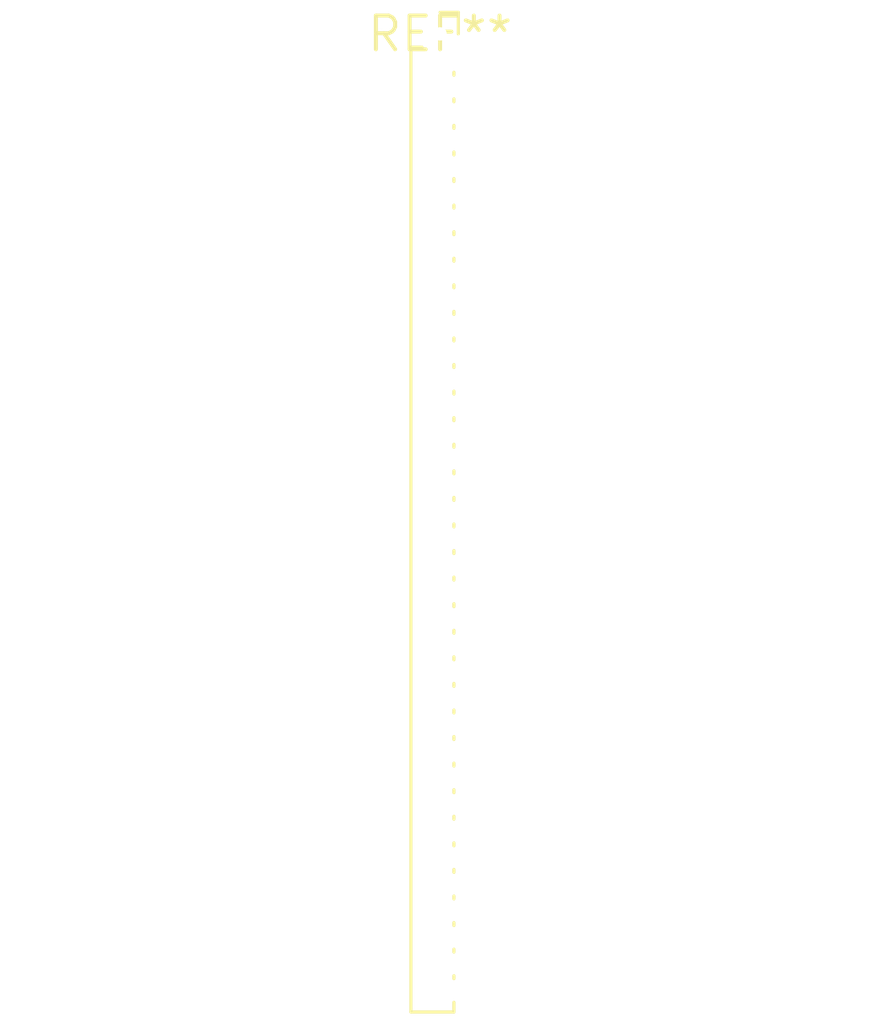
<source format=kicad_pcb>
(kicad_pcb (version 20240108) (generator pcbnew)
  (layers (0 "F.Cu" signal) (31 "B.Cu" signal) (34 "B.Paste" user) (35 "F.Paste" user) (36 "B.SilkS" user "B.Silkscreen") (37 "F.SilkS" user "F.Silkscreen") (38 "B.Mask" user) (39 "F.Mask" user) (44 "Edge.Cuts" user))
  (net 0 "")
  (footprint "PinSocket_1x37_P1.00mm_Vertical" (layer "F.Cu") (at 0 0)
    (property "Reference" "REF**")
    (property "Value" "PinSocket_1x37_P1.00mm_Vertical")
    (fp_line (start -1.1 0.5) (end -1.1 36.81) (layer "F.SilkS") (stroke (width 0.12)))
    (fp_line (start -1.1 0.5) (end -0.685 0.5) (layer "F.SilkS") (stroke (width 0.12)))
    (fp_line (start -1.1 36.81) (end 0.52 36.81) (layer "F.SilkS") (stroke (width 0.12)))
    (fp_line (start 0 -0.81) (end 0.685 -0.81) (layer "F.SilkS") (stroke (width 0.12)))
    (fp_line (start 0.52 1.445898) (end 0.52 1.554102) (layer "F.SilkS") (stroke (width 0.12)))
    (fp_line (start 0.52 2.445898) (end 0.52 2.554102) (layer "F.SilkS") (stroke (width 0.12)))
    (fp_line (start 0.52 3.445898) (end 0.52 3.554102) (layer "F.SilkS") (stroke (width 0.12)))
    (fp_line (start 0.52 4.445898) (end 0.52 4.554102) (layer "F.SilkS") (stroke (width 0.12)))
    (fp_line (start 0.52 5.445898) (end 0.52 5.554102) (layer "F.SilkS") (stroke (width 0.12)))
    (fp_line (start 0.52 6.445898) (end 0.52 6.554102) (layer "F.SilkS") (stroke (width 0.12)))
    (fp_line (start 0.52 7.445898) (end 0.52 7.554102) (layer "F.SilkS") (stroke (width 0.12)))
    (fp_line (start 0.52 8.445898) (end 0.52 8.554102) (layer "F.SilkS") (stroke (width 0.12)))
    (fp_line (start 0.52 9.445898) (end 0.52 9.554102) (layer "F.SilkS") (stroke (width 0.12)))
    (fp_line (start 0.52 10.445898) (end 0.52 10.554102) (layer "F.SilkS") (stroke (width 0.12)))
    (fp_line (start 0.52 11.445898) (end 0.52 11.554102) (layer "F.SilkS") (stroke (width 0.12)))
    (fp_line (start 0.52 12.445898) (end 0.52 12.554102) (layer "F.SilkS") (stroke (width 0.12)))
    (fp_line (start 0.52 13.445898) (end 0.52 13.554102) (layer "F.SilkS") (stroke (width 0.12)))
    (fp_line (start 0.52 14.445898) (end 0.52 14.554102) (layer "F.SilkS") (stroke (width 0.12)))
    (fp_line (start 0.52 15.445898) (end 0.52 15.554102) (layer "F.SilkS") (stroke (width 0.12)))
    (fp_line (start 0.52 16.445898) (end 0.52 16.554102) (layer "F.SilkS") (stroke (width 0.12)))
    (fp_line (start 0.52 17.445898) (end 0.52 17.554102) (layer "F.SilkS") (stroke (width 0.12)))
    (fp_line (start 0.52 18.445898) (end 0.52 18.554102) (layer "F.SilkS") (stroke (width 0.12)))
    (fp_line (start 0.52 19.445898) (end 0.52 19.554102) (layer "F.SilkS") (stroke (width 0.12)))
    (fp_line (start 0.52 20.445898) (end 0.52 20.554102) (layer "F.SilkS") (stroke (width 0.12)))
    (fp_line (start 0.52 21.445898) (end 0.52 21.554102) (layer "F.SilkS") (stroke (width 0.12)))
    (fp_line (start 0.52 22.445898) (end 0.52 22.554102) (layer "F.SilkS") (stroke (width 0.12)))
    (fp_line (start 0.52 23.445898) (end 0.52 23.554102) (layer "F.SilkS") (stroke (width 0.12)))
    (fp_line (start 0.52 24.445898) (end 0.52 24.554102) (layer "F.SilkS") (stroke (width 0.12)))
    (fp_line (start 0.52 25.445898) (end 0.52 25.554102) (layer "F.SilkS") (stroke (width 0.12)))
    (fp_line (start 0.52 26.445898) (end 0.52 26.554102) (layer "F.SilkS") (stroke (width 0.12)))
    (fp_line (start 0.52 27.445898) (end 0.52 27.554102) (layer "F.SilkS") (stroke (width 0.12)))
    (fp_line (start 0.52 28.445898) (end 0.52 28.554102) (layer "F.SilkS") (stroke (width 0.12)))
    (fp_line (start 0.52 29.445898) (end 0.52 29.554102) (layer "F.SilkS") (stroke (width 0.12)))
    (fp_line (start 0.52 30.445898) (end 0.52 30.554102) (layer "F.SilkS") (stroke (width 0.12)))
    (fp_line (start 0.52 31.445898) (end 0.52 31.554102) (layer "F.SilkS") (stroke (width 0.12)))
    (fp_line (start 0.52 32.445898) (end 0.52 32.554102) (layer "F.SilkS") (stroke (width 0.12)))
    (fp_line (start 0.52 33.445898) (end 0.52 33.554102) (layer "F.SilkS") (stroke (width 0.12)))
    (fp_line (start 0.52 34.445898) (end 0.52 34.554102) (layer "F.SilkS") (stroke (width 0.12)))
    (fp_line (start 0.52 35.445898) (end 0.52 35.554102) (layer "F.SilkS") (stroke (width 0.12)))
    (fp_line (start 0.52 36.445898) (end 0.52 36.81) (layer "F.SilkS") (stroke (width 0.12)))
    (fp_line (start 0.685 -0.81) (end 0.685 0) (layer "F.SilkS") (stroke (width 0.12)))
    (pad "1" thru_hole rect (at 0 0) (size 0.85 0.85) (drill 0.5) (layers *.Cu *.Mask) (remove_unused_layers))
    (pad "2" thru_hole oval (at 0 1) (size 0.85 0.85) (drill 0.5) (layers *.Cu *.Mask) (remove_unused_layers))
    (pad "3" thru_hole oval (at 0 2) (size 0.85 0.85) (drill 0.5) (layers *.Cu *.Mask) (remove_unused_layers))
    (pad "4" thru_hole oval (at 0 3) (size 0.85 0.85) (drill 0.5) (layers *.Cu *.Mask) (remove_unused_layers))
    (pad "5" thru_hole oval (at 0 4) (size 0.85 0.85) (drill 0.5) (layers *.Cu *.Mask) (remove_unused_layers))
    (pad "6" thru_hole oval (at 0 5) (size 0.85 0.85) (drill 0.5) (layers *.Cu *.Mask) (remove_unused_layers))
    (pad "7" thru_hole oval (at 0 6) (size 0.85 0.85) (drill 0.5) (layers *.Cu *.Mask) (remove_unused_layers))
    (pad "8" thru_hole oval (at 0 7) (size 0.85 0.85) (drill 0.5) (layers *.Cu *.Mask) (remove_unused_layers))
    (pad "9" thru_hole oval (at 0 8) (size 0.85 0.85) (drill 0.5) (layers *.Cu *.Mask) (remove_unused_layers))
    (pad "10" thru_hole oval (at 0 9) (size 0.85 0.85) (drill 0.5) (layers *.Cu *.Mask) (remove_unused_layers))
    (pad "11" thru_hole oval (at 0 10) (size 0.85 0.85) (drill 0.5) (layers *.Cu *.Mask) (remove_unused_layers))
    (pad "12" thru_hole oval (at 0 11) (size 0.85 0.85) (drill 0.5) (layers *.Cu *.Mask) (remove_unused_layers))
    (pad "13" thru_hole oval (at 0 12) (size 0.85 0.85) (drill 0.5) (layers *.Cu *.Mask) (remove_unused_layers))
    (pad "14" thru_hole oval (at 0 13) (size 0.85 0.85) (drill 0.5) (layers *.Cu *.Mask) (remove_unused_layers))
    (pad "15" thru_hole oval (at 0 14) (size 0.85 0.85) (drill 0.5) (layers *.Cu *.Mask) (remove_unused_layers))
    (pad "16" thru_hole oval (at 0 15) (size 0.85 0.85) (drill 0.5) (layers *.Cu *.Mask) (remove_unused_layers))
    (pad "17" thru_hole oval (at 0 16) (size 0.85 0.85) (drill 0.5) (layers *.Cu *.Mask) (remove_unused_layers))
    (pad "18" thru_hole oval (at 0 17) (size 0.85 0.85) (drill 0.5) (layers *.Cu *.Mask) (remove_unused_layers))
    (pad "19" thru_hole oval (at 0 18) (size 0.85 0.85) (drill 0.5) (layers *.Cu *.Mask) (remove_unused_layers))
    (pad "20" thru_hole oval (at 0 19) (size 0.85 0.85) (drill 0.5) (layers *.Cu *.Mask) (remove_unused_layers))
    (pad "21" thru_hole oval (at 0 20) (size 0.85 0.85) (drill 0.5) (layers *.Cu *.Mask) (remove_unused_layers))
    (pad "22" thru_hole oval (at 0 21) (size 0.85 0.85) (drill 0.5) (layers *.Cu *.Mask) (remove_unused_layers))
    (pad "23" thru_hole oval (at 0 22) (size 0.85 0.85) (drill 0.5) (layers *.Cu *.Mask) (remove_unused_layers))
    (pad "24" thru_hole oval (at 0 23) (size 0.85 0.85) (drill 0.5) (layers *.Cu *.Mask) (remove_unused_layers))
    (pad "25" thru_hole oval (at 0 24) (size 0.85 0.85) (drill 0.5) (layers *.Cu *.Mask) (remove_unused_layers))
    (pad "26" thru_hole oval (at 0 25) (size 0.85 0.85) (drill 0.5) (layers *.Cu *.Mask) (remove_unused_layers))
    (pad "27" thru_hole oval (at 0 26) (size 0.85 0.85) (drill 0.5) (layers *.Cu *.Mask) (remove_unused_layers))
    (pad "28" thru_hole oval (at 0 27) (size 0.85 0.85) (drill 0.5) (layers *.Cu *.Mask) (remove_unused_layers))
    (pad "29" thru_hole oval (at 0 28) (size 0.85 0.85) (drill 0.5) (layers *.Cu *.Mask) (remove_unused_layers))
    (pad "30" thru_hole oval (at 0 29) (size 0.85 0.85) (drill 0.5) (layers *.Cu *.Mask) (remove_unused_layers))
    (pad "31" thru_hole oval (at 0 30) (size 0.85 0.85) (drill 0.5) (layers *.Cu *.Mask) (remove_unused_layers))
    (pad "32" thru_hole oval (at 0 31) (size 0.85 0.85) (drill 0.5) (layers *.Cu *.Mask) (remove_unused_layers))
    (pad "33" thru_hole oval (at 0 32) (size 0.85 0.85) (drill 0.5) (layers *.Cu *.Mask) (remove_unused_layers))
    (pad "34" thru_hole oval (at 0 33) (size 0.85 0.85) (drill 0.5) (layers *.Cu *.Mask) (remove_unused_layers))
    (pad "35" thru_hole oval (at 0 34) (size 0.85 0.85) (drill 0.5) (layers *.Cu *.Mask) (remove_unused_layers))
    (pad "36" thru_hole oval (at 0 35) (size 0.85 0.85) (drill 0.5) (layers *.Cu *.Mask) (remove_unused_layers))
    (pad "37" thru_hole oval (at 0 36) (size 0.85 0.85) (drill 0.5) (layers *.Cu *.Mask) (remove_unused_layers))
  )
)
</source>
